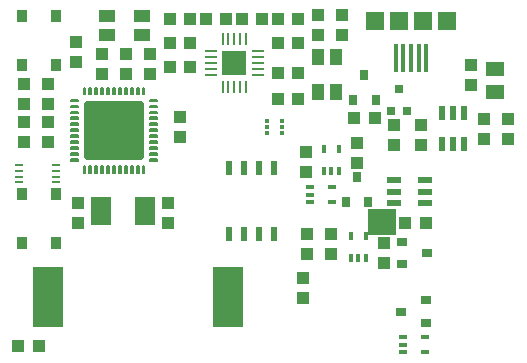
<source format=gtp>
G75*
%MOIN*%
%OFA0B0*%
%FSLAX25Y25*%
%IPPOS*%
%LPD*%
%AMOC8*
5,1,8,0,0,1.08239X$1,22.5*
%
%ADD10R,0.10000X0.20000*%
%ADD11R,0.03937X0.04331*%
%ADD12R,0.05906X0.05118*%
%ADD13R,0.04331X0.03937*%
%ADD14C,0.00591*%
%ADD15C,0.01969*%
%ADD16R,0.09800X0.08800*%
%ADD17R,0.01772X0.09252*%
%ADD18R,0.05906X0.06102*%
%ADD19R,0.03543X0.03150*%
%ADD20R,0.02362X0.04724*%
%ADD21R,0.06693X0.09449*%
%ADD22R,0.05512X0.04331*%
%ADD23R,0.04331X0.05512*%
%ADD24R,0.03150X0.01378*%
%ADD25R,0.03199X0.04134*%
%ADD26R,0.01378X0.03150*%
%ADD27R,0.02165X0.04724*%
%ADD28R,0.04724X0.02165*%
%ADD29R,0.00984X0.03937*%
%ADD30R,0.03937X0.00984*%
%ADD31R,0.07874X0.07874*%
%ADD32R,0.02756X0.02756*%
%ADD33R,0.03150X0.03543*%
%ADD34R,0.01772X0.01181*%
%ADD35R,0.02953X0.00984*%
D10*
X0060198Y0035934D03*
X0120198Y0035934D03*
D11*
X0050352Y0019434D03*
X0057045Y0019434D03*
X0070198Y0060588D03*
X0070198Y0067281D03*
X0100198Y0067281D03*
X0100198Y0060588D03*
X0104198Y0089088D03*
X0104198Y0095781D03*
X0136852Y0101934D03*
X0143545Y0101934D03*
X0163198Y0087281D03*
X0163198Y0080588D03*
X0175698Y0086588D03*
X0175698Y0093281D03*
X0184698Y0093281D03*
X0184698Y0086588D03*
X0205698Y0088588D03*
X0213698Y0088588D03*
X0213698Y0095281D03*
X0205698Y0095281D03*
X0201198Y0106588D03*
X0201198Y0113281D03*
X0158198Y0123088D03*
X0150198Y0123088D03*
X0150198Y0129781D03*
X0158198Y0129781D03*
X0146198Y0084281D03*
X0146198Y0077588D03*
X0154698Y0056781D03*
X0154698Y0050088D03*
X0172198Y0047088D03*
X0172198Y0053781D03*
X0179352Y0060434D03*
X0186045Y0060434D03*
D12*
X0209198Y0104194D03*
X0209198Y0111675D03*
D13*
X0169045Y0095434D03*
X0162352Y0095434D03*
X0143545Y0110434D03*
X0136852Y0110434D03*
X0136852Y0120434D03*
X0143545Y0120434D03*
X0143545Y0128434D03*
X0136852Y0128434D03*
X0131545Y0128434D03*
X0124852Y0128434D03*
X0119545Y0128434D03*
X0112852Y0128434D03*
X0107545Y0128434D03*
X0100852Y0128434D03*
X0100852Y0120434D03*
X0094198Y0116781D03*
X0100852Y0112434D03*
X0094198Y0110088D03*
X0086198Y0110088D03*
X0078198Y0110088D03*
X0069698Y0114088D03*
X0078198Y0116781D03*
X0069698Y0120781D03*
X0086198Y0116781D03*
X0107545Y0120434D03*
X0107545Y0112434D03*
X0060198Y0106781D03*
X0052198Y0106781D03*
X0052198Y0100088D03*
X0060198Y0100088D03*
X0060198Y0094281D03*
X0052198Y0094281D03*
X0052198Y0087588D03*
X0060198Y0087588D03*
X0145198Y0042281D03*
X0145198Y0035588D03*
X0146698Y0050088D03*
X0146698Y0056781D03*
D14*
X0096372Y0081297D02*
X0096372Y0081887D01*
X0096372Y0081297D02*
X0094206Y0081297D01*
X0094206Y0081887D01*
X0096372Y0081887D01*
X0094206Y0081887D01*
X0096372Y0083265D02*
X0096372Y0083855D01*
X0096372Y0083265D02*
X0094206Y0083265D01*
X0094206Y0083855D01*
X0096372Y0083855D01*
X0094206Y0083855D01*
X0096372Y0085234D02*
X0096372Y0085824D01*
X0096372Y0085234D02*
X0094206Y0085234D01*
X0094206Y0085824D01*
X0096372Y0085824D01*
X0094206Y0085824D01*
X0096372Y0087202D02*
X0096372Y0087792D01*
X0096372Y0087202D02*
X0094206Y0087202D01*
X0094206Y0087792D01*
X0096372Y0087792D01*
X0094206Y0087792D01*
X0096372Y0089171D02*
X0096372Y0089761D01*
X0096372Y0089171D02*
X0094206Y0089171D01*
X0094206Y0089761D01*
X0096372Y0089761D01*
X0094206Y0089761D01*
X0096372Y0091139D02*
X0096372Y0091729D01*
X0096372Y0091139D02*
X0094206Y0091139D01*
X0094206Y0091729D01*
X0096372Y0091729D01*
X0094206Y0091729D01*
X0096372Y0093108D02*
X0096372Y0093698D01*
X0096372Y0093108D02*
X0094206Y0093108D01*
X0094206Y0093698D01*
X0096372Y0093698D01*
X0094206Y0093698D01*
X0096372Y0095076D02*
X0096372Y0095666D01*
X0096372Y0095076D02*
X0094206Y0095076D01*
X0094206Y0095666D01*
X0096372Y0095666D01*
X0094206Y0095666D01*
X0096372Y0097045D02*
X0096372Y0097635D01*
X0096372Y0097045D02*
X0094206Y0097045D01*
X0094206Y0097635D01*
X0096372Y0097635D01*
X0094206Y0097635D01*
X0096372Y0099013D02*
X0096372Y0099603D01*
X0096372Y0099013D02*
X0094206Y0099013D01*
X0094206Y0099603D01*
X0096372Y0099603D01*
X0094206Y0099603D01*
X0096372Y0100982D02*
X0096372Y0101572D01*
X0096372Y0100982D02*
X0094206Y0100982D01*
X0094206Y0101572D01*
X0096372Y0101572D01*
X0094206Y0101572D01*
X0092336Y0103442D02*
X0092336Y0105608D01*
X0092336Y0103442D02*
X0091746Y0103442D01*
X0091746Y0105608D01*
X0092336Y0105608D01*
X0092336Y0104032D02*
X0091746Y0104032D01*
X0091746Y0104622D02*
X0092336Y0104622D01*
X0092336Y0105212D02*
X0091746Y0105212D01*
X0090367Y0105608D02*
X0090367Y0103442D01*
X0089777Y0103442D01*
X0089777Y0105608D01*
X0090367Y0105608D01*
X0090367Y0104032D02*
X0089777Y0104032D01*
X0089777Y0104622D02*
X0090367Y0104622D01*
X0090367Y0105212D02*
X0089777Y0105212D01*
X0088399Y0105608D02*
X0088399Y0103442D01*
X0087809Y0103442D01*
X0087809Y0105608D01*
X0088399Y0105608D01*
X0088399Y0104032D02*
X0087809Y0104032D01*
X0087809Y0104622D02*
X0088399Y0104622D01*
X0088399Y0105212D02*
X0087809Y0105212D01*
X0086430Y0105608D02*
X0086430Y0103442D01*
X0085840Y0103442D01*
X0085840Y0105608D01*
X0086430Y0105608D01*
X0086430Y0104032D02*
X0085840Y0104032D01*
X0085840Y0104622D02*
X0086430Y0104622D01*
X0086430Y0105212D02*
X0085840Y0105212D01*
X0084462Y0105608D02*
X0084462Y0103442D01*
X0083872Y0103442D01*
X0083872Y0105608D01*
X0084462Y0105608D01*
X0084462Y0104032D02*
X0083872Y0104032D01*
X0083872Y0104622D02*
X0084462Y0104622D01*
X0084462Y0105212D02*
X0083872Y0105212D01*
X0082493Y0105608D02*
X0082493Y0103442D01*
X0081903Y0103442D01*
X0081903Y0105608D01*
X0082493Y0105608D01*
X0082493Y0104032D02*
X0081903Y0104032D01*
X0081903Y0104622D02*
X0082493Y0104622D01*
X0082493Y0105212D02*
X0081903Y0105212D01*
X0080525Y0105608D02*
X0080525Y0103442D01*
X0079935Y0103442D01*
X0079935Y0105608D01*
X0080525Y0105608D01*
X0080525Y0104032D02*
X0079935Y0104032D01*
X0079935Y0104622D02*
X0080525Y0104622D01*
X0080525Y0105212D02*
X0079935Y0105212D01*
X0078556Y0105608D02*
X0078556Y0103442D01*
X0077966Y0103442D01*
X0077966Y0105608D01*
X0078556Y0105608D01*
X0078556Y0104032D02*
X0077966Y0104032D01*
X0077966Y0104622D02*
X0078556Y0104622D01*
X0078556Y0105212D02*
X0077966Y0105212D01*
X0076588Y0105608D02*
X0076588Y0103442D01*
X0075998Y0103442D01*
X0075998Y0105608D01*
X0076588Y0105608D01*
X0076588Y0104032D02*
X0075998Y0104032D01*
X0075998Y0104622D02*
X0076588Y0104622D01*
X0076588Y0105212D02*
X0075998Y0105212D01*
X0074619Y0105608D02*
X0074619Y0103442D01*
X0074029Y0103442D01*
X0074029Y0105608D01*
X0074619Y0105608D01*
X0074619Y0104032D02*
X0074029Y0104032D01*
X0074029Y0104622D02*
X0074619Y0104622D01*
X0074619Y0105212D02*
X0074029Y0105212D01*
X0072651Y0105608D02*
X0072651Y0103442D01*
X0072061Y0103442D01*
X0072061Y0105608D01*
X0072651Y0105608D01*
X0072651Y0104032D02*
X0072061Y0104032D01*
X0072061Y0104622D02*
X0072651Y0104622D01*
X0072651Y0105212D02*
X0072061Y0105212D01*
X0070191Y0101572D02*
X0070191Y0100982D01*
X0068025Y0100982D01*
X0068025Y0101572D01*
X0070191Y0101572D01*
X0068025Y0101572D01*
X0070191Y0099603D02*
X0070191Y0099013D01*
X0068025Y0099013D01*
X0068025Y0099603D01*
X0070191Y0099603D01*
X0068025Y0099603D01*
X0070191Y0097635D02*
X0070191Y0097045D01*
X0068025Y0097045D01*
X0068025Y0097635D01*
X0070191Y0097635D01*
X0068025Y0097635D01*
X0070191Y0095666D02*
X0070191Y0095076D01*
X0068025Y0095076D01*
X0068025Y0095666D01*
X0070191Y0095666D01*
X0068025Y0095666D01*
X0070191Y0093698D02*
X0070191Y0093108D01*
X0068025Y0093108D01*
X0068025Y0093698D01*
X0070191Y0093698D01*
X0068025Y0093698D01*
X0070191Y0091729D02*
X0070191Y0091139D01*
X0068025Y0091139D01*
X0068025Y0091729D01*
X0070191Y0091729D01*
X0068025Y0091729D01*
X0070191Y0089761D02*
X0070191Y0089171D01*
X0068025Y0089171D01*
X0068025Y0089761D01*
X0070191Y0089761D01*
X0068025Y0089761D01*
X0070191Y0087792D02*
X0070191Y0087202D01*
X0068025Y0087202D01*
X0068025Y0087792D01*
X0070191Y0087792D01*
X0068025Y0087792D01*
X0070191Y0085824D02*
X0070191Y0085234D01*
X0068025Y0085234D01*
X0068025Y0085824D01*
X0070191Y0085824D01*
X0068025Y0085824D01*
X0070191Y0083855D02*
X0070191Y0083265D01*
X0068025Y0083265D01*
X0068025Y0083855D01*
X0070191Y0083855D01*
X0068025Y0083855D01*
X0070191Y0081887D02*
X0070191Y0081297D01*
X0068025Y0081297D01*
X0068025Y0081887D01*
X0070191Y0081887D01*
X0068025Y0081887D01*
X0072651Y0079427D02*
X0072651Y0077261D01*
X0072061Y0077261D01*
X0072061Y0079427D01*
X0072651Y0079427D01*
X0072651Y0077851D02*
X0072061Y0077851D01*
X0072061Y0078441D02*
X0072651Y0078441D01*
X0072651Y0079031D02*
X0072061Y0079031D01*
X0074619Y0079427D02*
X0074619Y0077261D01*
X0074029Y0077261D01*
X0074029Y0079427D01*
X0074619Y0079427D01*
X0074619Y0077851D02*
X0074029Y0077851D01*
X0074029Y0078441D02*
X0074619Y0078441D01*
X0074619Y0079031D02*
X0074029Y0079031D01*
X0076588Y0079427D02*
X0076588Y0077261D01*
X0075998Y0077261D01*
X0075998Y0079427D01*
X0076588Y0079427D01*
X0076588Y0077851D02*
X0075998Y0077851D01*
X0075998Y0078441D02*
X0076588Y0078441D01*
X0076588Y0079031D02*
X0075998Y0079031D01*
X0078556Y0079427D02*
X0078556Y0077261D01*
X0077966Y0077261D01*
X0077966Y0079427D01*
X0078556Y0079427D01*
X0078556Y0077851D02*
X0077966Y0077851D01*
X0077966Y0078441D02*
X0078556Y0078441D01*
X0078556Y0079031D02*
X0077966Y0079031D01*
X0080525Y0079427D02*
X0080525Y0077261D01*
X0079935Y0077261D01*
X0079935Y0079427D01*
X0080525Y0079427D01*
X0080525Y0077851D02*
X0079935Y0077851D01*
X0079935Y0078441D02*
X0080525Y0078441D01*
X0080525Y0079031D02*
X0079935Y0079031D01*
X0082493Y0079427D02*
X0082493Y0077261D01*
X0081903Y0077261D01*
X0081903Y0079427D01*
X0082493Y0079427D01*
X0082493Y0077851D02*
X0081903Y0077851D01*
X0081903Y0078441D02*
X0082493Y0078441D01*
X0082493Y0079031D02*
X0081903Y0079031D01*
X0084462Y0079427D02*
X0084462Y0077261D01*
X0083872Y0077261D01*
X0083872Y0079427D01*
X0084462Y0079427D01*
X0084462Y0077851D02*
X0083872Y0077851D01*
X0083872Y0078441D02*
X0084462Y0078441D01*
X0084462Y0079031D02*
X0083872Y0079031D01*
X0086430Y0079427D02*
X0086430Y0077261D01*
X0085840Y0077261D01*
X0085840Y0079427D01*
X0086430Y0079427D01*
X0086430Y0077851D02*
X0085840Y0077851D01*
X0085840Y0078441D02*
X0086430Y0078441D01*
X0086430Y0079031D02*
X0085840Y0079031D01*
X0088399Y0079427D02*
X0088399Y0077261D01*
X0087809Y0077261D01*
X0087809Y0079427D01*
X0088399Y0079427D01*
X0088399Y0077851D02*
X0087809Y0077851D01*
X0087809Y0078441D02*
X0088399Y0078441D01*
X0088399Y0079031D02*
X0087809Y0079031D01*
X0090367Y0079427D02*
X0090367Y0077261D01*
X0089777Y0077261D01*
X0089777Y0079427D01*
X0090367Y0079427D01*
X0090367Y0077851D02*
X0089777Y0077851D01*
X0089777Y0078441D02*
X0090367Y0078441D01*
X0090367Y0079031D02*
X0089777Y0079031D01*
X0092336Y0079427D02*
X0092336Y0077261D01*
X0091746Y0077261D01*
X0091746Y0079427D01*
X0092336Y0079427D01*
X0092336Y0077851D02*
X0091746Y0077851D01*
X0091746Y0078441D02*
X0092336Y0078441D01*
X0092336Y0079031D02*
X0091746Y0079031D01*
D15*
X0091056Y0082576D02*
X0091056Y0100292D01*
X0091056Y0082576D02*
X0073340Y0082576D01*
X0073340Y0100292D01*
X0091056Y0100292D01*
X0091056Y0084544D02*
X0073340Y0084544D01*
X0073340Y0086512D02*
X0091056Y0086512D01*
X0091056Y0088480D02*
X0073340Y0088480D01*
X0073340Y0090448D02*
X0091056Y0090448D01*
X0091056Y0092416D02*
X0073340Y0092416D01*
X0073340Y0094384D02*
X0091056Y0094384D01*
X0091056Y0096352D02*
X0073340Y0096352D01*
X0073340Y0098320D02*
X0091056Y0098320D01*
X0091056Y0100288D02*
X0073340Y0100288D01*
D16*
X0171698Y0060934D03*
D17*
X0176080Y0115434D03*
X0178639Y0115434D03*
X0181198Y0115434D03*
X0183757Y0115434D03*
X0186316Y0115434D03*
D18*
X0185135Y0127934D03*
X0177261Y0127934D03*
X0169190Y0127934D03*
X0193206Y0127934D03*
D19*
X0178261Y0054175D03*
X0186529Y0050434D03*
X0178261Y0046694D03*
X0186135Y0034675D03*
X0177867Y0030934D03*
X0186135Y0027194D03*
D20*
X0135698Y0056911D03*
X0130698Y0056911D03*
X0125698Y0056911D03*
X0120698Y0056911D03*
X0120698Y0078958D03*
X0125698Y0078958D03*
X0130698Y0078958D03*
X0135698Y0078958D03*
D21*
X0092482Y0064434D03*
X0077915Y0064434D03*
D22*
X0079793Y0123285D03*
X0079793Y0129584D03*
X0091604Y0129584D03*
X0091604Y0123285D03*
D23*
X0150048Y0115840D03*
X0156348Y0115840D03*
X0156348Y0104029D03*
X0150048Y0104029D03*
D24*
X0147458Y0072493D03*
X0147458Y0069934D03*
X0147458Y0067375D03*
X0154938Y0067375D03*
X0154938Y0072493D03*
X0178458Y0022493D03*
X0178458Y0019934D03*
X0178458Y0017375D03*
X0185938Y0017375D03*
X0185938Y0022493D03*
D25*
X0062710Y0053765D03*
X0051686Y0053765D03*
X0051686Y0070104D03*
X0062710Y0070104D03*
X0062710Y0113265D03*
X0051686Y0113265D03*
X0051686Y0129604D03*
X0062710Y0129604D03*
D26*
X0152139Y0085175D03*
X0157257Y0085175D03*
X0157257Y0077694D03*
X0154698Y0077694D03*
X0152139Y0077694D03*
X0161139Y0056175D03*
X0166257Y0056175D03*
X0166257Y0048694D03*
X0163698Y0048694D03*
X0161139Y0048694D03*
D27*
X0191458Y0086816D03*
X0195198Y0086816D03*
X0198938Y0086816D03*
X0198938Y0097052D03*
X0195198Y0097052D03*
X0191458Y0097052D03*
D28*
X0185816Y0074675D03*
X0185816Y0070934D03*
X0185816Y0067194D03*
X0175580Y0067194D03*
X0175580Y0070934D03*
X0175580Y0074675D03*
D29*
X0126261Y0105934D03*
X0124293Y0105934D03*
X0122324Y0105934D03*
X0120356Y0105934D03*
X0118387Y0105934D03*
X0118387Y0121682D03*
X0120356Y0121682D03*
X0122324Y0121682D03*
X0124293Y0121682D03*
X0126261Y0121682D03*
D30*
X0130198Y0117745D03*
X0130198Y0115777D03*
X0130198Y0113808D03*
X0130198Y0111840D03*
X0130198Y0109871D03*
X0114450Y0109871D03*
X0114450Y0111840D03*
X0114450Y0113808D03*
X0114450Y0115777D03*
X0114450Y0117745D03*
D31*
X0122324Y0113808D03*
D32*
X0174639Y0097793D03*
X0179757Y0097793D03*
X0177198Y0105076D03*
D33*
X0169438Y0101497D03*
X0161958Y0101497D03*
X0165698Y0109765D03*
X0163198Y0075765D03*
X0159458Y0067497D03*
X0166938Y0067497D03*
D34*
X0138356Y0090466D03*
X0138356Y0092434D03*
X0138356Y0094403D03*
X0133041Y0094403D03*
X0133041Y0092434D03*
X0133041Y0090466D03*
D35*
X0062800Y0079887D03*
X0062800Y0077919D03*
X0062800Y0075950D03*
X0062800Y0073982D03*
X0050596Y0073982D03*
X0050596Y0075950D03*
X0050596Y0077919D03*
X0050596Y0079887D03*
M02*

</source>
